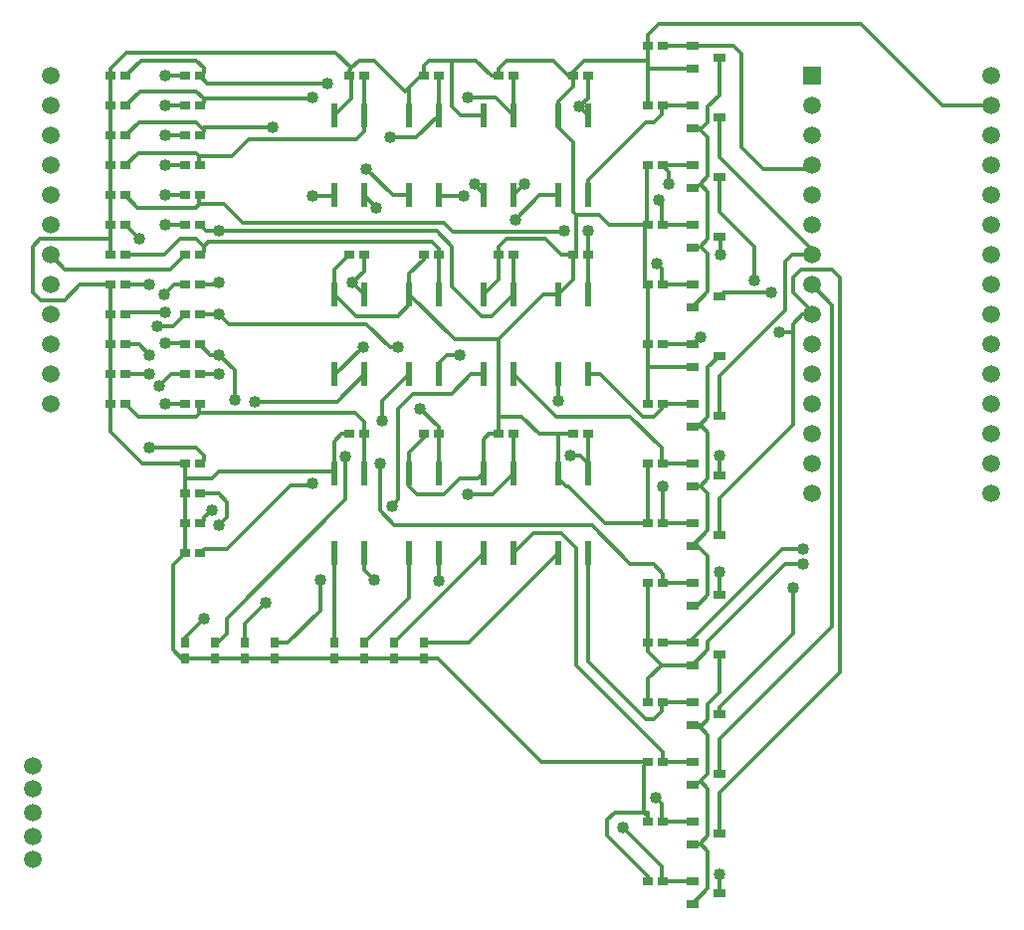
<source format=gbr>
G04 DipTrace 3.0.0.2*
G04 Âåðõíèé.gbr*
%MOIN*%
G04 #@! TF.FileFunction,Copper,L1,Top*
G04 #@! TF.Part,Single*
G04 #@! TA.AperFunction,Conductor*
%ADD13C,0.012992*%
G04 #@! TA.AperFunction,ComponentPad*
%ADD15R,0.059055X0.059055*%
%ADD16C,0.059055*%
%ADD17C,0.059055*%
%ADD18R,0.035433X0.027559*%
%ADD19R,0.027559X0.035433*%
%ADD21R,0.041339X0.025591*%
%ADD25R,0.023622X0.07874*%
G04 #@! TA.AperFunction,ViaPad*
%ADD26C,0.04*%
%FSLAX26Y26*%
G04*
G70*
G90*
G75*
G01*
G04 Top*
%LPD*%
X2693701Y3493701D2*
D13*
X2831201D1*
X2856201Y3468701D1*
Y3156201D1*
X2929331Y3083071D1*
X3083071D1*
X3093701Y3093701D1*
X2594882Y3493701D2*
X2693701D1*
Y2493701D2*
X2719291Y2519291D1*
X2594882Y2493701D2*
X2693701D1*
Y1493701D2*
Y1508887D1*
X2994959Y1810146D1*
X3063836D1*
X2594882Y1493701D2*
X2693701D1*
X2784252Y3256299D2*
Y3122047D1*
X3093701Y2812598D1*
Y2793701D1*
X2784252Y2256299D2*
Y2388449D1*
X3005118Y2609315D1*
Y2771260D1*
X3027559Y2793701D1*
X3093701D1*
X2784252Y1256299D2*
Y1277165D1*
X3031102Y1524016D1*
Y1679921D1*
X2784252Y1056299D2*
Y1173228D1*
X3161024Y1550000D1*
Y2626378D1*
X3093701Y2693701D1*
X2784252Y2056299D2*
Y2121654D1*
Y3056299D2*
Y2940157D1*
X2901181Y2823228D1*
Y2709577D1*
X2693701Y1018898D2*
X2707874D1*
X2719291Y1030315D1*
X2745276Y1056299D1*
Y1186220D1*
X2712598Y1218898D1*
X2693701D1*
X2784252Y1456299D2*
Y1329134D1*
X2745276Y1290157D1*
Y1238189D1*
X2725984Y1218898D1*
X2712598D1*
X2693701Y818898D2*
X2715748D1*
X2719291Y822441D1*
X2745276Y848425D1*
Y1004331D1*
X2719291Y1030315D1*
X2693701Y618898D2*
X2745276Y670472D1*
Y796457D1*
X2719291Y822441D1*
X992520Y3393701D2*
X926378D1*
X992520Y3293701D2*
X926378D1*
X992520Y3193701D2*
X926378D1*
X992520Y3093701D2*
X926378D1*
X992520Y2993701D2*
X926378D1*
X992520Y2893701D2*
X926378D1*
X992520Y2793701D2*
X944094Y2745276D1*
X592126D1*
X543701Y2793701D1*
X992520Y2693701D2*
X956772D1*
X924370Y2661299D1*
X2784252Y2456299D2*
X2745276Y2417323D1*
Y2251575D1*
X2712598Y2218898D1*
X2693701D1*
Y2018898D2*
X2720472D1*
X2745276Y2043701D1*
Y2199606D1*
X2725984Y2218898D1*
X2712598D1*
X2693701Y1818898D2*
X2745276Y1870472D1*
Y1994094D1*
X2720472Y2018898D1*
X2693701Y1618898D2*
X2710236D1*
X2745276Y1653937D1*
Y1783858D1*
X2710236Y1818898D1*
X2693701D1*
Y3018898D2*
X2707087D1*
X2719291Y3031102D1*
X2745276Y3057087D1*
Y3187008D1*
X2713386Y3218898D1*
X2693701D1*
X2784252Y3456299D2*
Y3329921D1*
X2745276Y3290945D1*
Y3238976D1*
X2725197Y3218898D1*
X2713386D1*
X2693701Y2818898D2*
X2714961D1*
X2719291Y2823228D1*
X2745276Y2849213D1*
Y3005118D1*
X2719291Y3031102D1*
X2693701Y2618898D2*
X2745276Y2670472D1*
Y2797244D1*
X2719291Y2823228D1*
X992520Y2593701D2*
X953753Y2554934D1*
X900394D1*
X992520Y2493701D2*
X987283Y2498937D1*
X926378D1*
X992520Y2393701D2*
X948482D1*
X908739Y2353958D1*
X992520Y2293701D2*
X926378D1*
X2784252Y1856299D2*
Y1978740D1*
X3031102Y2225591D1*
Y2537402D1*
Y2563386D1*
X3061417Y2593701D1*
X3093701D1*
X2784252Y856299D2*
Y991339D1*
X3187008Y1394094D1*
Y2719291D1*
X3161024Y2745276D1*
X3057087D1*
X3031102Y2719291D1*
Y2667323D1*
X3093701Y2604724D1*
Y2593701D1*
X2784252Y2856299D2*
X2788469Y2852083D1*
Y2794404D1*
X2982854Y2534114D2*
X3031102D1*
Y2537402D1*
X2784252Y2656299D2*
X2798042Y2670089D1*
X2955916D1*
X2784252Y1656299D2*
Y1731890D1*
Y656299D2*
Y718504D1*
X794882Y3093701D2*
X836220Y3135039D1*
X1030315D1*
X1041539Y3123815D1*
Y3098177D1*
X1043329Y3096387D1*
Y3094072D1*
X1043701Y3093701D1*
X1593701Y3262441D2*
Y3208976D1*
X1567717Y3182992D1*
X1208189D1*
X1149012Y3123815D1*
X1041539D1*
X1593701Y3393701D2*
Y3262441D1*
X794882Y3393701D2*
X848031Y3446850D1*
X1030315D1*
X1056299Y3420866D1*
Y3406299D1*
X1043701Y3393701D1*
X2343701Y3262441D2*
X2315197Y3290945D1*
X1472047Y3368898D2*
X1068504D1*
X1043701Y3393701D1*
X2343701D2*
Y3319449D1*
X2315197Y3290945D1*
X794882Y3293701D2*
X844094Y3342913D1*
X1030315D1*
X1056299Y3316929D1*
Y3306299D1*
X1043701Y3293701D1*
X2093701Y3262441D2*
X2035197Y3320945D1*
X1939764D1*
X1420079D2*
Y3316929D1*
X1056299D1*
X2093701Y3393701D2*
Y3262441D1*
X794882Y3193701D2*
X840157Y3238976D1*
X1030315D1*
X1056299Y3212992D1*
Y3209356D1*
X1045862Y3198919D1*
Y3196387D1*
X1043547Y3194072D1*
Y3193854D1*
X1843701Y3262441D2*
X1768268Y3187008D1*
X1679921D1*
X1286142Y3222480D2*
X1056299D1*
Y3212992D1*
X1843701Y3393701D2*
Y3262441D1*
X794882Y2993701D2*
X835433Y2953150D1*
X1030315D1*
X1041539Y2964374D1*
Y2987437D1*
X1044419Y2990316D1*
Y2993547D1*
X1043547D1*
X2343701Y2793701D2*
Y2873760D1*
X2342264Y2875197D1*
X2263287D2*
X2261350Y2873260D1*
X1889732D1*
X1861811Y2901181D1*
X1186220D1*
X1123028Y2964374D1*
X1041539D1*
X2343701Y2662441D2*
Y2793701D1*
X2093701Y2662441D2*
X2020630Y2589370D1*
X1988030D1*
X1887795Y2689605D1*
Y2823228D1*
X1835827Y2875197D1*
X1108268D1*
X1062205D1*
X1043701Y2893701D1*
X2093701Y2793701D2*
Y2662441D1*
X794882Y2893701D2*
X839370Y2849213D1*
X794882Y2793701D2*
X922835D1*
X978346Y2849213D1*
X1030315D1*
X1056299Y2823228D1*
Y2806299D1*
X1043701Y2793701D1*
X1843701D2*
Y2815354D1*
X1822000Y2837055D1*
X1070126D1*
X1056299Y2823228D1*
X1843701Y2662441D2*
Y2793701D1*
X794882Y2693701D2*
X874409D1*
X1108268Y2700787D2*
X1101181Y2693701D1*
X1043701D1*
X1593701Y2662441D2*
X1555354Y2700787D1*
X1593701Y2793701D2*
Y2739134D1*
X1555354Y2700787D1*
X794882Y2593701D2*
X801517Y2600336D1*
X926378D1*
X1108268Y2595986D2*
X1045986D1*
X1043701Y2593701D1*
X2343701Y2062441D2*
Y2095669D1*
X2317717Y2121654D1*
X2283189D1*
X1705906Y2485433D2*
X1679921D1*
X1601969Y2563386D1*
X1140867D1*
X1108268Y2595986D1*
X2343701Y2193701D2*
Y2095669D1*
X794882Y2493701D2*
X840157D1*
X874409Y2459449D1*
X1108268D2*
X1077953D1*
X1043701Y2493701D1*
X2093701Y2062441D2*
X2022992Y1991732D1*
X1939764D1*
X1160236Y2309016D2*
Y2407480D1*
X1108268Y2459449D1*
X2093701Y2193701D2*
Y2062441D1*
X794882Y2393701D2*
X874409D1*
X1108268D2*
X1043701D1*
X1843701Y2193701D2*
Y2217717D1*
X1782005Y2279412D1*
X1843701Y2062441D2*
Y2193701D1*
X794882Y2293701D2*
X837008Y2251575D1*
X1030315D1*
X1041438Y2262698D1*
Y2289123D1*
X1043329Y2291014D1*
Y2293329D1*
X1043701Y2293701D1*
X1593701Y2193701D2*
Y2233858D1*
X1562213Y2265346D1*
X1041438D1*
Y2262698D1*
X1593701Y2062441D2*
Y2193701D1*
X2543701Y3493701D2*
Y3531102D1*
X2581299Y3568701D1*
X3256201D1*
X3531201Y3293701D1*
X3693701D1*
X2543701D2*
Y3418898D1*
Y3493701D1*
X2693701Y3418898D2*
X2543701D1*
X2292520Y3393701D2*
Y3409843D1*
X2329528Y3446850D1*
X2543701D1*
Y3418898D1*
X2243701Y3262441D2*
Y3309055D1*
X2292520Y3357874D1*
Y3393701D1*
X2042520D2*
Y3419685D1*
X2069685Y3446850D1*
X2225591D1*
X2278740Y3393701D1*
X2292520D1*
X1792520D2*
Y3429528D1*
X1809843Y3446850D1*
X1887795D1*
X1965748D1*
X2018898Y3393701D1*
X2042520D1*
X1743701Y3262441D2*
Y3354724D1*
X1782677Y3393701D1*
X1792520D1*
X1993701Y3262441D2*
X1916299D1*
X1887795Y3290945D1*
Y3446850D1*
X1542520Y3393701D2*
Y3413386D1*
X1550000Y3420866D1*
X1575984Y3446850D1*
X1627953D1*
X1731890Y3342913D1*
X1743701Y3354724D1*
X1493701Y3262441D2*
X1550000Y3318740D1*
Y3386220D1*
X1542520Y3393701D1*
X2292520Y2793701D2*
X2302776Y2803957D1*
Y2927165D1*
X2292520Y2937421D1*
Y3172047D1*
X2243701Y3220866D1*
Y3262441D1*
Y2662441D2*
X2292520Y2711260D1*
Y2793701D1*
X2543701Y2893701D2*
X2414961D1*
X2381496Y2927165D1*
X2302776D1*
X2543701Y3093701D2*
X2539685D1*
Y2897717D1*
X2543701Y2893701D1*
Y2693701D2*
X2533799Y2703602D1*
Y2883799D1*
X2543701Y2893701D1*
Y2493701D2*
Y2693701D1*
Y2293701D2*
Y2418898D1*
Y2493701D1*
X2693701Y2418898D2*
X2543701D1*
X2042520Y2793701D2*
Y2822047D1*
X2069685Y2849213D1*
X2199606D1*
X2255118Y2793701D1*
X2292520D1*
X1993701Y2662441D2*
X2042520Y2711260D1*
Y2793701D1*
Y2193701D2*
Y2251575D1*
Y2510236D1*
X2194724Y2662441D1*
X2243701D1*
X1993701Y2062441D2*
Y2175591D1*
X2011811Y2193701D1*
X2042520D1*
X2292520D2*
X2243701D1*
X2179528D1*
X2121654Y2251575D1*
X2042520D1*
X2243701Y2062441D2*
Y2193701D1*
X1743701Y2062441D2*
Y2017717D1*
X1769685Y1991732D1*
X1861811D1*
X1913780Y2043701D1*
X1974961D1*
X1993701Y2062441D1*
X1792520Y2193701D2*
Y2182283D1*
X1743701Y2133465D1*
Y2062441D1*
X2543701Y1893701D2*
X2401575D1*
X2277559Y2017717D1*
X2269685D1*
X2243701Y2043701D1*
Y2062441D1*
X2543701Y2093701D2*
Y1893701D1*
X1743701Y2662441D2*
X1895906Y2510236D1*
X2042520D1*
X1792520Y2793701D2*
Y2779921D1*
X1743701Y2731102D1*
Y2662441D1*
X1493701D2*
X1566772Y2589370D1*
X1705906D1*
X1743701Y2627165D1*
Y2662441D1*
X1542520Y2793701D2*
X1493898Y2745079D1*
Y2693029D1*
X1493701Y2692832D1*
Y2662441D1*
X743701Y3393701D2*
Y3420079D1*
X796457Y3472835D1*
X1498031D1*
X1550000Y3420866D1*
X743701Y3293701D2*
Y3393701D1*
Y3193701D2*
Y3293701D1*
Y3093701D2*
Y3193701D1*
Y2993701D2*
Y3093701D1*
Y2893701D2*
Y2993701D1*
Y2793701D2*
Y2846949D1*
Y2893701D1*
Y2693701D2*
X640945D1*
X589961Y2642717D1*
X509252D1*
X484646Y2667323D1*
Y2823228D1*
X508366Y2846949D1*
X743701D1*
Y2593701D2*
Y2693701D1*
Y2493701D2*
Y2593701D1*
Y2393701D2*
Y2493701D1*
Y2293701D2*
Y2393701D1*
X992520Y2093701D2*
X850394D1*
X743701Y2200394D1*
Y2293701D1*
X992520Y1993701D2*
Y2043701D1*
Y2093701D1*
Y1893701D2*
Y1993701D1*
Y1793701D2*
Y1893701D1*
X993701Y1442520D2*
X981890D1*
X952362Y1472047D1*
Y1753543D1*
X992520Y1793701D1*
X1093701Y1442520D2*
X993701D1*
X1193701D2*
X1093701D1*
X1293701D2*
X1193701D1*
X1493701D2*
X1293701D1*
X1593701D2*
X1493701D1*
X1693701D2*
X1593701D1*
X1793701D2*
X1693701D1*
X1493701Y2062441D2*
X1489038Y2067104D1*
X1105686D1*
X1082283Y2043701D1*
X992520D1*
X1542520Y2193701D2*
X1518110D1*
X1493701Y2169291D1*
Y2062441D1*
X2543701Y1093701D2*
X2188189D1*
X1839370Y1442520D1*
X1793701D1*
X2543701Y893701D2*
Y914685D1*
X2532008Y926378D1*
Y1082008D1*
X2543701Y1093701D1*
Y693701D2*
Y712205D1*
X2407480Y848425D1*
Y900394D1*
X2433465Y926378D1*
X2543701D1*
Y914685D1*
X2693701Y1418898D2*
X2745276Y1470472D1*
Y1498031D1*
X3004878Y1757634D1*
X3062458D1*
X2543701Y1493701D2*
Y1465748D1*
X2589370Y1420079D1*
X2692520D1*
X2693701Y1418898D1*
X2543701Y1293701D2*
Y1374409D1*
X2589370Y1420079D1*
X2543701Y1693701D2*
Y1493701D1*
X2693701Y2693701D2*
X2594882D1*
X1593701Y2993701D2*
X1634252Y2953150D1*
X2572353Y2766308D2*
X2589370Y2749291D1*
Y2699213D1*
X2594882Y2693701D1*
X2693701Y3293701D2*
X2594882D1*
X2343701Y2993701D2*
Y3045276D1*
X2537402Y3238976D1*
X2563386D1*
X2589370Y3264961D1*
Y3288189D1*
X2594882Y3293701D1*
X2693701Y3093701D2*
X2594882D1*
X2093701Y2993701D2*
X2131102Y3031102D1*
X2615354D2*
Y3073228D1*
X2594882Y3093701D1*
X2693701Y2893701D2*
X2594882D1*
X1843701Y2993701D2*
X1845904Y2991497D1*
X1927400D1*
X2579173Y2979134D2*
X2589370Y2968937D1*
Y2899213D1*
X2594882Y2893701D1*
X2693701Y2293701D2*
X2594882D1*
X2343701Y2393701D2*
X2384644D1*
X2526770Y2251575D1*
X2563386D1*
X2589370Y2277559D1*
Y2286852D1*
X2594854Y2292336D1*
Y2293728D1*
X2594882Y2293701D1*
X2693701Y2093701D2*
X2594882D1*
X2093701Y2393701D2*
X2235827Y2251575D1*
X2485433D1*
X2589370Y2147638D1*
Y2099213D1*
X2594882Y2093701D1*
X2693701Y1893701D2*
X2594882D1*
X1843701Y2393701D2*
Y2433465D1*
X1869685Y2459449D1*
X1913780D1*
X2594882Y2017717D2*
Y1893701D1*
X2693701Y1693701D2*
X2594882D1*
X1593701Y2393701D2*
X1503442Y2303442D1*
X1225640D1*
X1645906Y2095669D2*
Y1936867D1*
X1694978Y1887795D1*
X2355512D1*
X2485433Y1757874D1*
X2563386D1*
X2594882Y1726378D1*
Y1693701D1*
X2693701Y1293701D2*
X2594882D1*
X2343701Y1793701D2*
Y1431890D1*
X2537402Y1238189D1*
X2563386D1*
X2589370Y1264173D1*
Y1288189D1*
X2594882Y1293701D1*
X2693701Y1093701D2*
X2594882D1*
X2093701Y1793701D2*
X2161811Y1861811D1*
X2254332D1*
X2303543Y1812600D1*
Y1420079D1*
X2594882Y1128740D1*
Y1093701D1*
X2693701Y893701D2*
X2594882D1*
X1843701Y1793701D2*
Y1702203D1*
X2571496Y974409D2*
X2589370Y956534D1*
Y899213D1*
X2594882Y893701D1*
X2693701Y693701D2*
X2594882D1*
X1593701Y1793701D2*
Y1740157D1*
X1627953Y1705906D1*
X2459449Y874409D2*
X2589370Y744488D1*
Y699213D1*
X2594882Y693701D1*
X1493701Y1793701D2*
Y1493701D1*
X1743701Y1793701D2*
Y1643701D1*
X1593701Y1493701D1*
X1993701Y1793701D2*
X1693701Y1493701D1*
X2243701Y1793701D2*
X1943701Y1493701D1*
X1793701D1*
X2243701Y2393701D2*
Y2303543D1*
X1446063Y1705906D2*
Y1601969D1*
X1337795Y1493701D1*
X1293701D1*
X1993701Y2393701D2*
X1951969D1*
X1887795Y2329528D1*
X1757874D1*
X1705906Y2277559D1*
Y1973549D1*
X1685487Y1953131D1*
X1264173Y1627953D2*
X1193701Y1557480D1*
Y1493701D1*
X1743701Y2393701D2*
X1653740Y2303740D1*
Y2239924D1*
X1532047Y2118231D2*
Y1973780D1*
X1134252Y1575984D1*
Y1524016D1*
X1103937Y1493701D1*
X1093701D1*
X1493701Y2393701D2*
X1497756D1*
X1589488Y2485433D1*
X1056299Y1575984D2*
X993701Y1513386D1*
Y1493701D1*
X2243701Y2993701D2*
X2180638D1*
X2099685Y2912748D1*
X1420079Y2027615D2*
X1414196Y2021732D1*
X1346142D1*
X1134252Y1809843D1*
X1059843D1*
X1043701Y1793701D1*
X1993701Y2993701D2*
Y2999678D1*
X1962277Y3031102D1*
X1082283Y1939764D2*
X1056299Y1913780D1*
Y1906299D1*
X1043701Y1893701D1*
X1743701Y2993701D2*
X1691339D1*
X1601969Y3083071D1*
X1108268Y1887795D2*
X1134252Y1913780D1*
Y1965748D1*
X1106299Y1993701D1*
X1043701D1*
X1493701Y2993701D2*
X1491614Y2991614D1*
X1420079D1*
X874409Y2147638D2*
X1030315D1*
X1056299Y2121654D1*
Y2106299D1*
X1043701Y2093701D1*
D26*
X2719291Y2519291D3*
X3063836Y1810146D3*
X3031102Y1679921D3*
X2784252Y2121654D3*
X2901181Y2709577D3*
X926378Y3393701D3*
Y3293701D3*
Y3193701D3*
Y3093701D3*
Y2993701D3*
Y2893701D3*
X924370Y2661299D3*
X900394Y2554934D3*
X926378Y2498937D3*
X908739Y2353958D3*
X926378Y2293701D3*
X2788469Y2794404D3*
X2982854Y2534114D3*
X2955916Y2670089D3*
X2784252Y1731890D3*
Y718504D3*
Y1731890D3*
X2315197Y3290945D3*
X1472047Y3368898D3*
X1939764Y3320945D3*
X1420079D3*
X1679921Y3187008D3*
X1286142Y3222480D3*
X2342264Y2875197D3*
X2263287D3*
X839370Y2849213D3*
X1108268Y2875197D3*
X874409Y2693701D3*
X1108268Y2700787D3*
X1555354D3*
X926378Y2600336D3*
X1108268Y2595986D3*
X2283189Y2121654D3*
X1705906Y2485433D3*
X1108268Y2595986D3*
X874409Y2459449D3*
X1108268D3*
X1939764Y1991732D3*
X1160236Y2309016D3*
X1108268Y2459449D3*
X874409Y2393701D3*
X1108268D3*
X1782005Y2279412D3*
X3062458Y1757634D3*
X1634252Y2953150D3*
X2572353Y2766308D3*
X2131102Y3031102D3*
X2615354D3*
X1927400Y2991497D3*
X2579173Y2979134D3*
X1913780Y2459449D3*
X2594882Y2017717D3*
X1225640Y2303442D3*
X1645906Y2095669D3*
X1843701Y1702203D3*
X2571496Y974409D3*
X1627953Y1705906D3*
X2459449Y874409D3*
X2243701Y2303543D3*
X1446063Y1705906D3*
X1685487Y1953131D3*
X1264173Y1627953D3*
X1653740Y2239924D3*
X1532047Y2118231D3*
X1589488Y2485433D3*
X1056299Y1575984D3*
X2099685Y2912748D3*
X1420079Y2027615D3*
X1962277Y3031102D3*
X1082283Y1939764D3*
X1601969Y3083071D3*
X1108268Y1887795D3*
X1420079Y2991614D3*
X874409Y2147638D3*
D15*
X3093701Y3393701D3*
D16*
Y3293701D3*
Y3193701D3*
Y3093701D3*
Y2993701D3*
Y2893701D3*
Y2793701D3*
Y2693701D3*
Y2593701D3*
Y2493701D3*
Y2393701D3*
Y2293701D3*
Y2193701D3*
Y2093701D3*
Y1993701D3*
X3693701D3*
Y2093701D3*
Y2193701D3*
Y2293701D3*
Y2393701D3*
Y2493701D3*
Y2593701D3*
Y2693701D3*
Y2793701D3*
Y2893701D3*
Y2993701D3*
Y3093701D3*
Y3193701D3*
Y3293701D3*
Y3393701D3*
D17*
X543701Y3293701D3*
Y3193701D3*
Y2893701D3*
Y3393701D3*
Y3093701D3*
Y2793701D3*
Y2693701D3*
Y2593701D3*
Y2493701D3*
Y2393701D3*
Y2993701D3*
Y2293701D3*
X485039Y1082677D3*
Y1003937D3*
Y925197D3*
Y846457D3*
Y767717D3*
D18*
X2543701Y3493701D3*
X2594882D3*
X2543701Y3293701D3*
X2594882D3*
X2543701Y3093701D3*
X2594882D3*
X2543701Y2893701D3*
X2594882D3*
X2543701Y2693701D3*
X2594882D3*
X2543701Y2493701D3*
X2594882D3*
X2543701Y2293701D3*
X2594882D3*
X2543701Y2093701D3*
X2594882D3*
X2543701Y1893701D3*
X2594882D3*
X2543701Y1693701D3*
X2594882D3*
X2543701Y693701D3*
X2594882D3*
X2543701Y893701D3*
X2594882D3*
X2543701Y1093701D3*
X2594882D3*
X2543701Y1293701D3*
X2594882D3*
X2543701Y1493701D3*
X2594882D3*
X1043701Y2293701D3*
X992520D3*
X1043701Y2393701D3*
X992520D3*
X1043701Y2493701D3*
X992520D3*
X1043701Y2593701D3*
X992520D3*
X1043701Y2693701D3*
X992520D3*
X1043701Y2793701D3*
X992520D3*
X1043701Y2893701D3*
X992520D3*
X1043701Y2993701D3*
X992520D3*
X1043701Y3093701D3*
X992520D3*
X1043701Y3193701D3*
X992520D3*
X1043701Y3293701D3*
X992520D3*
X1043701Y3393701D3*
X992520D3*
X1593701D3*
X1542520D3*
X1843701D3*
X1792520D3*
X2093701D3*
X2042520D3*
X2343701D3*
X2292520D3*
X1593701Y2793701D3*
X1542520D3*
X1843701D3*
X1792520D3*
X2093701D3*
X2042520D3*
X2343701D3*
X2292520D3*
X1593701Y2193701D3*
X1542520D3*
X1843701D3*
X1792520D3*
X2093701D3*
X2042520D3*
X2343701D3*
X2292520D3*
X743701Y2293701D3*
X794882D3*
X743701Y2393701D3*
X794882D3*
X743701Y2493701D3*
X794882D3*
X743701Y2593701D3*
X794882D3*
X743701Y2693701D3*
X794882D3*
X743701Y2793701D3*
X794882D3*
X743701Y2893701D3*
X794882D3*
X743701Y2993701D3*
X794882D3*
X743701Y3093701D3*
X794882D3*
X743701Y3193701D3*
X794882D3*
X743701Y3293701D3*
X794882D3*
X743701Y3393701D3*
X794882D3*
D19*
X1493701Y1493701D3*
Y1442520D3*
X1593701Y1493701D3*
Y1442520D3*
X1693701Y1493701D3*
Y1442520D3*
X1793701Y1493701D3*
Y1442520D3*
X993701Y1493701D3*
Y1442520D3*
X1093701Y1493701D3*
Y1442520D3*
X1193701Y1493701D3*
Y1442520D3*
X1293701Y1493701D3*
Y1442520D3*
D18*
X1043701Y2093701D3*
X992520D3*
X1043701Y1993701D3*
X992520D3*
X1043701Y1893701D3*
X992520D3*
X1043701Y1793701D3*
X992520D3*
D21*
X2693701Y3293701D3*
Y3218898D3*
X2784252Y3256299D3*
X2693701Y3093701D3*
Y3018898D3*
X2784252Y3056299D3*
X2693701Y2893701D3*
Y2818898D3*
X2784252Y2856299D3*
X2693701Y2693701D3*
Y2618898D3*
X2784252Y2656299D3*
X2693701Y2293701D3*
Y2218898D3*
X2784252Y2256299D3*
X2693701Y2093701D3*
Y2018898D3*
X2784252Y2056299D3*
X2693701Y1893701D3*
Y1818898D3*
X2784252Y1856299D3*
X2693701Y1693701D3*
Y1618898D3*
X2784252Y1656299D3*
X2693701Y1293701D3*
Y1218898D3*
X2784252Y1256299D3*
X2693701Y1093701D3*
Y1018898D3*
X2784252Y1056299D3*
X2693701Y893701D3*
Y818898D3*
X2784252Y856299D3*
X2693701Y693701D3*
Y618898D3*
X2784252Y656299D3*
X2693701Y3493701D3*
Y3418898D3*
X2784252Y3456299D3*
X2693701Y2493701D3*
Y2418898D3*
X2784252Y2456299D3*
X2693701Y1493701D3*
Y1418898D3*
X2784252Y1456299D3*
D25*
X1593701Y2993701D3*
X1493701D3*
X1593701Y3262441D3*
X1493701D3*
X1843701Y2993701D3*
X1743701D3*
X1843701Y3262441D3*
X1743701D3*
X2093701Y2993701D3*
X1993701D3*
X2093701Y3262441D3*
X1993701D3*
X2343701Y2993701D3*
X2243701D3*
X2343701Y3262441D3*
X2243701D3*
X1593701Y2393701D3*
X1493701D3*
X1593701Y2662441D3*
X1493701D3*
X1843701Y2393701D3*
X1743701D3*
X1843701Y2662441D3*
X1743701D3*
X2093701Y2393701D3*
X1993701D3*
X2093701Y2662441D3*
X1993701D3*
X1593701Y1793701D3*
X1493701D3*
X1593701Y2062441D3*
X1493701D3*
X1843701Y1793701D3*
X1743701D3*
X1843701Y2062441D3*
X1743701D3*
X2343701Y2393701D3*
X2243701D3*
X2343701Y2662441D3*
X2243701D3*
X2093701Y1793701D3*
X1993701D3*
X2093701Y2062441D3*
X1993701D3*
X2343701Y1793701D3*
X2243701D3*
X2343701Y2062441D3*
X2243701D3*
M02*

</source>
